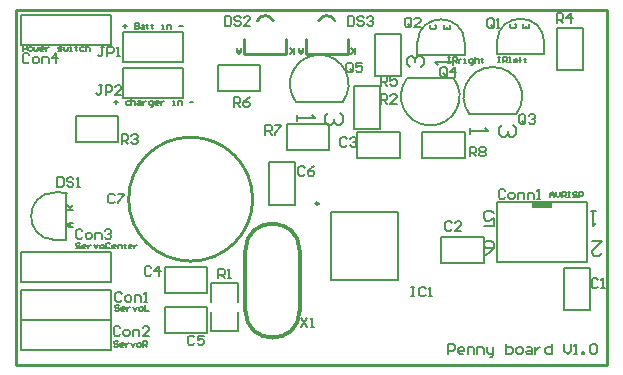
<source format=gto>
%FSLAX42Y42*%
%MOMM*%
G71*
G01*
G75*
G04 Layer_Color=65535*
%ADD10R,1.40X0.90*%
%ADD11R,0.90X1.40*%
%ADD12R,0.50X1.55*%
%ADD13R,0.50X1.55*%
%ADD14R,1.55X0.50*%
%ADD15R,1.50X1.30*%
%ADD16C,0.80*%
%ADD17C,0.50*%
%ADD18C,1.00*%
%ADD19C,0.40*%
%ADD20C,0.13*%
%ADD21C,3.00*%
%ADD22C,1.90*%
%ADD23C,2.00*%
%ADD24O,1.00X2.00*%
%ADD25O,1.00X2.00*%
%ADD26R,2.00X2.00*%
%ADD27C,1.50*%
%ADD28R,1.50X1.50*%
%ADD29C,1.57*%
%ADD30R,1.90X1.90*%
%ADD31C,0.80*%
%ADD32C,1.00*%
%ADD33C,0.13*%
%ADD34C,0.25*%
%ADD35C,0.20*%
%ADD36C,0.25*%
%ADD37C,0.30*%
%ADD38C,0.15*%
%ADD39C,0.15*%
%ADD40C,0.15*%
%ADD41C,0.20*%
%ADD42R,1.80X0.53*%
D20*
X3653Y2605D02*
X3669D01*
X3661D01*
Y2555D01*
X3653D01*
X3669D01*
X3694D02*
Y2605D01*
X3719D01*
X3727Y2597D01*
Y2580D01*
X3719Y2572D01*
X3694D01*
X3711D02*
X3727Y2555D01*
X3744Y2589D02*
Y2555D01*
Y2572D01*
X3752Y2580D01*
X3761Y2589D01*
X3769D01*
X3794Y2555D02*
X3811D01*
X3802D01*
Y2589D01*
X3794D01*
X3852Y2539D02*
X3861D01*
X3869Y2547D01*
Y2589D01*
X3844D01*
X3836Y2580D01*
Y2564D01*
X3844Y2555D01*
X3869D01*
X3886Y2605D02*
Y2555D01*
Y2580D01*
X3894Y2589D01*
X3911D01*
X3919Y2580D01*
Y2555D01*
X3944Y2597D02*
Y2589D01*
X3936D01*
X3952D01*
X3944D01*
Y2564D01*
X3952Y2555D01*
X4077Y2608D02*
X4093D01*
X4085D01*
Y2558D01*
X4077D01*
X4093D01*
X4118D02*
Y2608D01*
X4143D01*
X4152Y2599D01*
Y2583D01*
X4143Y2574D01*
X4118D01*
X4135D02*
X4152Y2558D01*
X4168D02*
X4185D01*
X4177D01*
Y2608D01*
X4168D01*
X4235Y2558D02*
X4218D01*
X4210Y2566D01*
Y2583D01*
X4218Y2591D01*
X4235D01*
X4243Y2583D01*
Y2574D01*
X4210D01*
X4268Y2558D02*
Y2599D01*
Y2583D01*
X4260D01*
X4277D01*
X4268D01*
Y2599D01*
X4277Y2608D01*
X4310Y2599D02*
Y2591D01*
X4302D01*
X4318D01*
X4310D01*
Y2566D01*
X4318Y2558D01*
X3658Y91D02*
Y173D01*
X3699D01*
X3712Y160D01*
Y132D01*
X3699Y119D01*
X3658D01*
X3781Y91D02*
X3753D01*
X3740Y105D01*
Y132D01*
X3753Y146D01*
X3781D01*
X3794Y132D01*
Y119D01*
X3740D01*
X3822Y91D02*
Y146D01*
X3863D01*
X3876Y132D01*
Y91D01*
X3904D02*
Y146D01*
X3945D01*
X3958Y132D01*
Y91D01*
X3985Y146D02*
Y105D01*
X3999Y91D01*
X4040D01*
Y78D01*
X4026Y64D01*
X4013D01*
X4040Y91D02*
Y146D01*
X4149Y173D02*
Y91D01*
X4190D01*
X4204Y105D01*
Y119D01*
Y132D01*
X4190Y146D01*
X4149D01*
X4245Y91D02*
X4272D01*
X4286Y105D01*
Y132D01*
X4272Y146D01*
X4245D01*
X4231Y132D01*
Y105D01*
X4245Y91D01*
X4327Y146D02*
X4354D01*
X4368Y132D01*
Y91D01*
X4327D01*
X4313Y105D01*
X4327Y119D01*
X4368D01*
X4395Y146D02*
Y91D01*
Y119D01*
X4409Y132D01*
X4423Y146D01*
X4436D01*
X4532Y173D02*
Y91D01*
X4491D01*
X4477Y105D01*
Y132D01*
X4491Y146D01*
X4532D01*
X4641Y173D02*
Y119D01*
X4669Y91D01*
X4696Y119D01*
Y173D01*
X4723Y91D02*
X4751D01*
X4737D01*
Y173D01*
X4723Y160D01*
X4792Y91D02*
Y105D01*
X4805D01*
Y91D01*
X4792D01*
X4860Y160D02*
X4874Y173D01*
X4901D01*
X4915Y160D01*
Y105D01*
X4901Y91D01*
X4874D01*
X4860Y105D01*
Y160D01*
X3514Y2878D02*
X3506Y2870D01*
Y2853D01*
X3514Y2845D01*
X3548D01*
X3556Y2853D01*
Y2870D01*
X3548Y2878D01*
X3620D02*
Y2845D01*
X3670D01*
Y2878D01*
X3645Y2845D02*
Y2861D01*
X4187Y2883D02*
X4179Y2875D01*
Y2858D01*
X4187Y2850D01*
X4221D01*
X4229Y2858D01*
Y2875D01*
X4221Y2883D01*
X4293D02*
Y2850D01*
X4343D01*
Y2883D01*
X4318Y2850D02*
Y2867D01*
X2350Y2630D02*
Y2680D01*
Y2663D01*
X2316Y2630D01*
X2341Y2655D01*
X2316Y2680D01*
X1905D02*
Y2646D01*
X1888Y2630D01*
X1872Y2646D01*
Y2680D01*
Y2655D01*
X1905D01*
X2426Y2680D02*
Y2646D01*
X2409Y2630D01*
X2392Y2646D01*
Y2680D01*
Y2655D01*
X2426D01*
X2870Y2630D02*
Y2680D01*
Y2663D01*
X2837Y2630D01*
X2862Y2655D01*
X2837Y2680D01*
X4521Y1415D02*
Y1448D01*
X4538Y1465D01*
X4555Y1448D01*
Y1415D01*
Y1440D01*
X4521D01*
X4571Y1465D02*
Y1431D01*
X4588Y1415D01*
X4605Y1431D01*
Y1465D01*
X4621Y1415D02*
Y1465D01*
X4646D01*
X4654Y1456D01*
Y1440D01*
X4646Y1431D01*
X4621D01*
X4638D02*
X4654Y1415D01*
X4671Y1465D02*
X4688D01*
X4679D01*
Y1415D01*
X4671D01*
X4688D01*
X4746Y1456D02*
X4738Y1465D01*
X4721D01*
X4713Y1456D01*
Y1448D01*
X4721Y1440D01*
X4738D01*
X4746Y1431D01*
Y1423D01*
X4738Y1415D01*
X4721D01*
X4713Y1423D01*
X4763Y1415D02*
Y1465D01*
X4788D01*
X4796Y1456D01*
Y1440D01*
X4788Y1431D01*
X4763D01*
X483Y1163D02*
X449D01*
X433Y1180D01*
X449Y1197D01*
X483D01*
X458D01*
Y1163D01*
X433Y1313D02*
X483D01*
X466D01*
X433Y1347D01*
X458Y1322D01*
X483Y1347D01*
X826Y2222D02*
X859D01*
X842Y2239D02*
Y2205D01*
X959Y2230D02*
X934D01*
X925Y2222D01*
Y2205D01*
X934Y2197D01*
X959D01*
X975Y2247D02*
Y2197D01*
Y2222D01*
X984Y2230D01*
X1000D01*
X1009Y2222D01*
Y2197D01*
X1034Y2230D02*
X1050D01*
X1059Y2222D01*
Y2197D01*
X1034D01*
X1025Y2205D01*
X1034Y2214D01*
X1059D01*
X1075Y2230D02*
Y2197D01*
Y2214D01*
X1084Y2222D01*
X1092Y2230D01*
X1100D01*
X1142Y2180D02*
X1150D01*
X1159Y2189D01*
Y2230D01*
X1134D01*
X1125Y2222D01*
Y2205D01*
X1134Y2197D01*
X1159D01*
X1200D02*
X1184D01*
X1175Y2205D01*
Y2222D01*
X1184Y2230D01*
X1200D01*
X1209Y2222D01*
Y2214D01*
X1175D01*
X1225Y2230D02*
Y2197D01*
Y2214D01*
X1234Y2222D01*
X1242Y2230D01*
X1250D01*
X1325Y2197D02*
X1342D01*
X1334D01*
Y2230D01*
X1325D01*
X1367Y2197D02*
Y2230D01*
X1392D01*
X1400Y2222D01*
Y2197D01*
X1467Y2222D02*
X1500D01*
X902Y2870D02*
X935D01*
X918Y2886D02*
Y2853D01*
X1002Y2895D02*
Y2845D01*
X1027D01*
X1035Y2853D01*
Y2861D01*
X1027Y2870D01*
X1002D01*
X1027D01*
X1035Y2878D01*
Y2886D01*
X1027Y2895D01*
X1002D01*
X1060Y2878D02*
X1077D01*
X1085Y2870D01*
Y2845D01*
X1060D01*
X1052Y2853D01*
X1060Y2861D01*
X1085D01*
X1110Y2886D02*
Y2878D01*
X1102D01*
X1118D01*
X1110D01*
Y2853D01*
X1118Y2845D01*
X1152Y2886D02*
Y2878D01*
X1143D01*
X1160D01*
X1152D01*
Y2853D01*
X1160Y2845D01*
X1235D02*
X1252D01*
X1243D01*
Y2878D01*
X1235D01*
X1277Y2845D02*
Y2878D01*
X1302D01*
X1310Y2870D01*
Y2845D01*
X1377Y2870D02*
X1410D01*
X53Y2654D02*
Y2704D01*
X78D01*
X87Y2696D01*
Y2679D01*
X78Y2671D01*
X53D01*
X112Y2654D02*
X128D01*
X137Y2663D01*
Y2679D01*
X128Y2688D01*
X112D01*
X103Y2679D01*
Y2663D01*
X112Y2654D01*
X153Y2688D02*
Y2663D01*
X162Y2654D01*
X170Y2663D01*
X178Y2654D01*
X187Y2663D01*
Y2688D01*
X228Y2654D02*
X212D01*
X203Y2663D01*
Y2679D01*
X212Y2688D01*
X228D01*
X237Y2679D01*
Y2671D01*
X203D01*
X253Y2688D02*
Y2654D01*
Y2671D01*
X262Y2679D01*
X270Y2688D01*
X278D01*
X353Y2654D02*
X378D01*
X387Y2663D01*
X378Y2671D01*
X362D01*
X353Y2679D01*
X362Y2688D01*
X387D01*
X403D02*
Y2663D01*
X412Y2654D01*
X420Y2663D01*
X428Y2654D01*
X437Y2663D01*
Y2688D01*
X453Y2654D02*
X470D01*
X462D01*
Y2688D01*
X453D01*
X503Y2696D02*
Y2688D01*
X495D01*
X512D01*
X503D01*
Y2663D01*
X512Y2654D01*
X570Y2688D02*
X545D01*
X537Y2679D01*
Y2663D01*
X545Y2654D01*
X570D01*
X586Y2704D02*
Y2654D01*
Y2679D01*
X595Y2688D01*
X611D01*
X620Y2679D01*
Y2654D01*
X541Y1025D02*
X533Y1033D01*
X516D01*
X508Y1025D01*
Y1016D01*
X516Y1008D01*
X533D01*
X541Y1000D01*
Y991D01*
X533Y983D01*
X516D01*
X508Y991D01*
X583Y983D02*
X566D01*
X558Y991D01*
Y1008D01*
X566Y1016D01*
X583D01*
X591Y1008D01*
Y1000D01*
X558D01*
X608Y1016D02*
Y983D01*
Y1000D01*
X616Y1008D01*
X625Y1016D01*
X633D01*
X658D02*
X675Y983D01*
X691Y1016D01*
X716Y983D02*
X733D01*
X741Y991D01*
Y1008D01*
X733Y1016D01*
X716D01*
X708Y1008D01*
Y991D01*
X716Y983D01*
X791Y1025D02*
X783Y1033D01*
X766D01*
X758Y1025D01*
Y991D01*
X766Y983D01*
X783D01*
X791Y991D01*
X833Y983D02*
X816D01*
X808Y991D01*
Y1008D01*
X816Y1016D01*
X833D01*
X841Y1008D01*
Y1000D01*
X808D01*
X858Y983D02*
Y1016D01*
X883D01*
X891Y1008D01*
Y983D01*
X916Y1025D02*
Y1016D01*
X908D01*
X925D01*
X916D01*
Y991D01*
X925Y983D01*
X975D02*
X958D01*
X950Y991D01*
Y1008D01*
X958Y1016D01*
X975D01*
X983Y1008D01*
Y1000D01*
X950D01*
X1000Y1016D02*
Y983D01*
Y1000D01*
X1008Y1008D01*
X1016Y1016D01*
X1024D01*
X859Y194D02*
X850Y202D01*
X834D01*
X826Y194D01*
Y186D01*
X834Y177D01*
X850D01*
X859Y169D01*
Y161D01*
X850Y152D01*
X834D01*
X826Y161D01*
X900Y152D02*
X884D01*
X875Y161D01*
Y177D01*
X884Y186D01*
X900D01*
X909Y177D01*
Y169D01*
X875D01*
X925Y186D02*
Y152D01*
Y169D01*
X934Y177D01*
X942Y186D01*
X950D01*
X975D02*
X992Y152D01*
X1009Y186D01*
X1034Y152D02*
X1050D01*
X1059Y161D01*
Y177D01*
X1050Y186D01*
X1034D01*
X1025Y177D01*
Y161D01*
X1034Y152D01*
X1075D02*
Y202D01*
X1100D01*
X1109Y194D01*
Y177D01*
X1100Y169D01*
X1075D01*
X1092D02*
X1109Y152D01*
X872Y499D02*
X863Y507D01*
X847D01*
X838Y499D01*
Y491D01*
X847Y482D01*
X863D01*
X872Y474D01*
Y466D01*
X863Y457D01*
X847D01*
X838Y466D01*
X913Y457D02*
X897D01*
X888Y466D01*
Y482D01*
X897Y491D01*
X913D01*
X922Y482D01*
Y474D01*
X888D01*
X938Y491D02*
Y457D01*
Y474D01*
X946Y482D01*
X955Y491D01*
X963D01*
X988D02*
X1005Y457D01*
X1021Y491D01*
X1046Y457D02*
X1063D01*
X1071Y466D01*
Y482D01*
X1063Y491D01*
X1046D01*
X1038Y482D01*
Y466D01*
X1046Y457D01*
X1088Y507D02*
Y457D01*
X1121D01*
D33*
X3796Y2723D02*
G03*
X3396Y2728I-200J0D01*
G01*
X4469Y2728D02*
G03*
X4069Y2733I-200J0D01*
G01*
X325Y1457D02*
G03*
X320Y1057I0J-200D01*
G01*
X3396Y2624D02*
X3792D01*
X3396Y2626D02*
Y2736D01*
X3795Y2621D02*
X3797Y2720D01*
X4069Y2629D02*
X4465D01*
X4069Y2631D02*
Y2741D01*
X4468Y2626D02*
X4470Y2725D01*
X424Y1057D02*
Y1453D01*
X312Y1057D02*
X422D01*
X328Y1458D02*
X427Y1455D01*
D34*
X2175Y2910D02*
G03*
X2041Y2910I-67J-27D01*
G01*
X2696D02*
G03*
X2562Y2910I-67J-27D01*
G01*
X2286Y2629D02*
Y2756D01*
X1930Y2629D02*
X2286D01*
X1930D02*
Y2756D01*
X2451Y2629D02*
Y2756D01*
Y2629D02*
X2807D01*
Y2756D01*
X0Y0D02*
X5000D01*
X0D02*
Y3000D01*
X5000D01*
Y0D02*
Y3000D01*
D35*
X3307Y2423D02*
G03*
X3703Y2423I198J-150D01*
G01*
X4232Y2121D02*
G03*
X3836Y2121I-198J150D01*
G01*
X2763Y2225D02*
G03*
X2367Y2225I-198J150D01*
G01*
X4689Y2491D02*
X4799D01*
Y2851D01*
X4579D02*
X4799D01*
X4579Y2491D02*
X4689D01*
X4579D02*
Y2851D01*
X2291Y1815D02*
Y1925D01*
Y1815D02*
X2651D01*
Y2035D01*
X2291Y1925D02*
Y2035D01*
X2651D01*
X3148Y2443D02*
X3258D01*
Y2803D01*
X3038D02*
X3258D01*
X3038Y2443D02*
X3148D01*
X3038D02*
Y2803D01*
X2066Y2424D02*
Y2534D01*
X1706D02*
X2066D01*
X1706Y2314D02*
Y2534D01*
X2066Y2314D02*
Y2424D01*
X1706Y2314D02*
X2066D01*
X3307Y2423D02*
X3703D01*
X3836Y2121D02*
X4232D01*
X2367Y2225D02*
X2763D01*
X3798Y1862D02*
Y1972D01*
X3438D02*
X3798D01*
X3438Y1752D02*
Y1972D01*
X3798Y1752D02*
Y1862D01*
X3438Y1752D02*
X3798D01*
X902Y2515D02*
X1410D01*
X902Y2261D02*
Y2515D01*
Y2261D02*
X1410D01*
Y2515D01*
X2246Y1351D02*
X2356D01*
Y1711D01*
X2136D02*
X2356D01*
X2136Y1351D02*
X2246D01*
X2136D02*
Y1711D01*
X3231Y718D02*
Y1288D01*
X2661Y718D02*
Y1288D01*
X3231D01*
X2661Y718D02*
X3231D01*
X3599Y1077D02*
X3959D01*
X3599Y967D02*
Y1077D01*
X3959Y857D02*
Y1077D01*
X3599Y857D02*
X3959D01*
X3599D02*
Y967D01*
X4067Y1379D02*
X4554D01*
X4067D02*
X4829D01*
X4067Y871D02*
X4829D01*
Y1379D01*
X4067Y871D02*
Y1379D01*
X1410Y2565D02*
Y2819D01*
X902Y2565D02*
X1410D01*
X902D02*
Y2819D01*
X1410D01*
X4638Y459D02*
Y819D01*
Y459D02*
X4748D01*
X4638Y819D02*
X4858D01*
Y459D02*
Y819D01*
X4748Y459D02*
X4858D01*
X1646Y288D02*
Y448D01*
Y528D02*
Y688D01*
X1876Y288D02*
Y448D01*
Y528D02*
Y688D01*
X1646Y288D02*
X1876D01*
X1646Y688D02*
X1876D01*
X1257Y485D02*
X1617D01*
X1257Y375D02*
Y485D01*
X1617Y265D02*
Y485D01*
X1257Y265D02*
X1617D01*
X1257D02*
Y375D01*
Y828D02*
X1617D01*
X1257Y718D02*
Y828D01*
X1617Y608D02*
Y828D01*
X1257Y608D02*
X1617D01*
X1257D02*
Y718D01*
X2887Y1966D02*
X3247D01*
X2887Y1856D02*
Y1966D01*
X3247Y1746D02*
Y1966D01*
X2887Y1746D02*
X3247D01*
X2887D02*
Y1856D01*
X2860Y1998D02*
Y2358D01*
Y1998D02*
X2970D01*
X2860Y2358D02*
X3080D01*
Y1998D02*
Y2358D01*
X2970Y1998D02*
X3080D01*
X39Y380D02*
X801D01*
Y634D01*
X39D02*
X801D01*
X39Y380D02*
Y634D01*
Y126D02*
X801D01*
Y380D01*
X39D02*
X801D01*
X39Y126D02*
Y380D01*
Y698D02*
X801D01*
Y952D01*
X39D02*
X801D01*
X39Y698D02*
Y952D01*
X502Y1885D02*
X862D01*
Y1995D01*
X502Y1885D02*
Y2105D01*
X862D01*
Y1995D02*
Y2105D01*
X42Y2709D02*
X804D01*
Y2963D01*
X42D02*
X804D01*
X42Y2709D02*
Y2963D01*
D36*
X2559Y1363D02*
G03*
X2559Y1363I-12J0D01*
G01*
X2001Y1401D02*
G03*
X2001Y1401I-525J0D01*
G01*
D37*
X1940Y457D02*
G03*
X2398Y457I229J0D01*
G01*
Y965D02*
G03*
X1940Y965I-229J0D01*
G01*
X1940Y457D02*
Y965D01*
X2398Y457D02*
Y965D01*
D38*
X2109Y1948D02*
Y2029D01*
X2149D01*
X2163Y2016D01*
Y1989D01*
X2149Y1975D01*
X2109D01*
X2136D02*
X2163Y1948D01*
X2190Y2029D02*
X2244D01*
Y2016D01*
X2190Y1962D01*
Y1948D01*
X4577Y2893D02*
Y2974D01*
X4618D01*
X4631Y2961D01*
Y2934D01*
X4618Y2920D01*
X4577D01*
X4604D02*
X4631Y2893D01*
X4699D02*
Y2974D01*
X4658Y2934D01*
X4712D01*
X3838Y1763D02*
Y1844D01*
X3878D01*
X3892Y1830D01*
Y1803D01*
X3878Y1790D01*
X3838D01*
X3865D02*
X3892Y1763D01*
X3919Y1830D02*
X3932Y1844D01*
X3959D01*
X3973Y1830D01*
Y1817D01*
X3959Y1803D01*
X3973Y1790D01*
Y1776D01*
X3959Y1763D01*
X3932D01*
X3919Y1776D01*
Y1790D01*
X3932Y1803D01*
X3919Y1817D01*
Y1830D01*
X3932Y1803D02*
X3959D01*
X1842Y2184D02*
Y2265D01*
X1882D01*
X1895Y2252D01*
Y2225D01*
X1882Y2211D01*
X1842D01*
X1868D02*
X1895Y2184D01*
X1976Y2265D02*
X1949Y2252D01*
X1922Y2225D01*
Y2198D01*
X1936Y2184D01*
X1963D01*
X1976Y2198D01*
Y2211D01*
X1963Y2225D01*
X1922D01*
X3086Y2362D02*
Y2443D01*
X3127D01*
X3140Y2430D01*
Y2403D01*
X3127Y2389D01*
X3086D01*
X3113D02*
X3140Y2362D01*
X3221Y2443D02*
X3167D01*
Y2403D01*
X3194Y2416D01*
X3208D01*
X3221Y2403D01*
Y2376D01*
X3208Y2362D01*
X3181D01*
X3167Y2376D01*
X2848Y2490D02*
Y2544D01*
X2834Y2557D01*
X2807D01*
X2794Y2544D01*
Y2490D01*
X2807Y2476D01*
X2834D01*
X2821Y2503D02*
X2848Y2476D01*
X2834D02*
X2848Y2490D01*
X2929Y2557D02*
X2875D01*
Y2517D01*
X2902Y2530D01*
X2915D01*
X2929Y2517D01*
Y2490D01*
X2915Y2476D01*
X2888D01*
X2875Y2490D01*
X3643Y2452D02*
Y2506D01*
X3630Y2519D01*
X3603D01*
X3589Y2506D01*
Y2452D01*
X3603Y2438D01*
X3630D01*
X3616Y2465D02*
X3643Y2438D01*
X3630D02*
X3643Y2452D01*
X3710Y2438D02*
Y2519D01*
X3670Y2479D01*
X3724D01*
X4311Y2051D02*
Y2105D01*
X4298Y2118D01*
X4271D01*
X4257Y2105D01*
Y2051D01*
X4271Y2037D01*
X4298D01*
X4284Y2064D02*
X4311Y2037D01*
X4298D02*
X4311Y2051D01*
X4338Y2105D02*
X4352Y2118D01*
X4379D01*
X4392Y2105D01*
Y2091D01*
X4379Y2078D01*
X4365D01*
X4379D01*
X4392Y2064D01*
Y2051D01*
X4379Y2037D01*
X4352D01*
X4338Y2051D01*
X3343Y2871D02*
Y2925D01*
X3330Y2938D01*
X3303D01*
X3289Y2925D01*
Y2871D01*
X3303Y2858D01*
X3330D01*
X3316Y2884D02*
X3343Y2858D01*
X3330D02*
X3343Y2871D01*
X3424Y2858D02*
X3370D01*
X3424Y2911D01*
Y2925D01*
X3411Y2938D01*
X3384D01*
X3370Y2925D01*
X4042Y2863D02*
Y2917D01*
X4028Y2931D01*
X4001D01*
X3988Y2917D01*
Y2863D01*
X4001Y2850D01*
X4028D01*
X4015Y2877D02*
X4042Y2850D01*
X4028D02*
X4042Y2863D01*
X4069Y2850D02*
X4096D01*
X4082D01*
Y2931D01*
X4069Y2917D01*
X2807Y2951D02*
Y2870D01*
X2847D01*
X2861Y2884D01*
Y2938D01*
X2847Y2951D01*
X2807D01*
X2942Y2938D02*
X2928Y2951D01*
X2901D01*
X2888Y2938D01*
Y2924D01*
X2901Y2911D01*
X2928D01*
X2942Y2897D01*
Y2884D01*
X2928Y2870D01*
X2901D01*
X2888Y2884D01*
X2969Y2938D02*
X2982Y2951D01*
X3009D01*
X3023Y2938D01*
Y2924D01*
X3009Y2911D01*
X2996D01*
X3009D01*
X3023Y2897D01*
Y2884D01*
X3009Y2870D01*
X2982D01*
X2969Y2884D01*
X1765Y2951D02*
Y2870D01*
X1806D01*
X1819Y2884D01*
Y2938D01*
X1806Y2951D01*
X1765D01*
X1900Y2938D02*
X1887Y2951D01*
X1860D01*
X1846Y2938D01*
Y2924D01*
X1860Y2911D01*
X1887D01*
X1900Y2897D01*
Y2884D01*
X1887Y2870D01*
X1860D01*
X1846Y2884D01*
X1981Y2870D02*
X1927D01*
X1981Y2924D01*
Y2938D01*
X1968Y2951D01*
X1941D01*
X1927Y2938D01*
X729Y2363D02*
X702D01*
X716D01*
Y2297D01*
X702Y2283D01*
X689D01*
X676Y2297D01*
X756Y2283D02*
Y2363D01*
X796D01*
X809Y2350D01*
Y2323D01*
X796Y2310D01*
X756D01*
X889Y2283D02*
X836D01*
X889Y2337D01*
Y2350D01*
X876Y2363D01*
X849D01*
X836Y2350D01*
X2441Y1667D02*
X2428Y1680D01*
X2401D01*
X2388Y1667D01*
Y1614D01*
X2401Y1600D01*
X2428D01*
X2441Y1614D01*
X2521Y1680D02*
X2494Y1667D01*
X2468Y1640D01*
Y1614D01*
X2481Y1600D01*
X2508D01*
X2521Y1614D01*
Y1627D01*
X2508Y1640D01*
X2468D01*
X832Y1435D02*
X818Y1448D01*
X791D01*
X777Y1435D01*
Y1380D01*
X791Y1367D01*
X818D01*
X832Y1380D01*
X859Y1448D02*
X914D01*
Y1435D01*
X859Y1380D01*
Y1367D01*
D39*
X3343Y658D02*
X3370D01*
X3356D01*
Y577D01*
X3343D01*
X3370D01*
X3465Y644D02*
X3451Y658D01*
X3424D01*
X3410Y644D01*
Y590D01*
X3424Y577D01*
X3451D01*
X3465Y590D01*
X3492Y577D02*
X3519D01*
X3505D01*
Y658D01*
X3492Y644D01*
X3686Y1198D02*
X3673Y1212D01*
X3646D01*
X3632Y1198D01*
Y1144D01*
X3646Y1130D01*
X3673D01*
X3686Y1144D01*
X3768Y1130D02*
X3713D01*
X3768Y1184D01*
Y1198D01*
X3754Y1212D01*
X3727D01*
X3713Y1198D01*
X4138Y1470D02*
X4125Y1483D01*
X4098D01*
X4084Y1470D01*
Y1416D01*
X4098Y1402D01*
X4125D01*
X4138Y1416D01*
X4179Y1402D02*
X4206D01*
X4220Y1416D01*
Y1443D01*
X4206Y1456D01*
X4179D01*
X4166Y1443D01*
Y1416D01*
X4179Y1402D01*
X4247D02*
Y1456D01*
X4287D01*
X4301Y1443D01*
Y1402D01*
X4328D02*
Y1456D01*
X4369D01*
X4382Y1443D01*
Y1402D01*
X4409D02*
X4436D01*
X4423D01*
Y1483D01*
X4409Y1470D01*
X743Y2692D02*
X715D01*
X729D01*
Y2625D01*
X715Y2611D01*
X702D01*
X688Y2625D01*
X770Y2611D02*
Y2692D01*
X810D01*
X824Y2679D01*
Y2652D01*
X810Y2638D01*
X770D01*
X851Y2611D02*
X878D01*
X864D01*
Y2692D01*
X851Y2679D01*
X4926Y715D02*
X4912Y729D01*
X4885D01*
X4872Y715D01*
Y661D01*
X4885Y648D01*
X4912D01*
X4926Y661D01*
X4953Y648D02*
X4980D01*
X4967D01*
Y729D01*
X4953Y715D01*
X1709Y729D02*
Y810D01*
X1750D01*
X1764Y797D01*
Y770D01*
X1750Y756D01*
X1709D01*
X1737D02*
X1764Y729D01*
X1791D02*
X1818D01*
X1804D01*
Y810D01*
X1791Y797D01*
X2410Y396D02*
X2465Y315D01*
Y396D02*
X2410Y315D01*
X2492D02*
X2519D01*
X2505D01*
Y396D01*
X2492Y383D01*
X2797Y1909D02*
X2784Y1923D01*
X2757D01*
X2743Y1909D01*
Y1855D01*
X2757Y1842D01*
X2784D01*
X2797Y1855D01*
X2824Y1909D02*
X2838Y1923D01*
X2865D01*
X2879Y1909D01*
Y1896D01*
X2865Y1882D01*
X2852D01*
X2865D01*
X2879Y1869D01*
Y1855D01*
X2865Y1842D01*
X2838D01*
X2824Y1855D01*
X1141Y820D02*
X1128Y833D01*
X1101D01*
X1087Y820D01*
Y765D01*
X1101Y752D01*
X1128D01*
X1141Y765D01*
X1209Y752D02*
Y833D01*
X1168Y792D01*
X1223D01*
X1507Y233D02*
X1494Y246D01*
X1466D01*
X1453Y233D01*
Y179D01*
X1466Y165D01*
X1494D01*
X1507Y179D01*
X1588Y246D02*
X1534D01*
Y206D01*
X1561Y219D01*
X1575D01*
X1588Y206D01*
Y179D01*
X1575Y165D01*
X1548D01*
X1534Y179D01*
X3086Y2210D02*
Y2291D01*
X3127D01*
X3140Y2278D01*
Y2250D01*
X3127Y2237D01*
X3086D01*
X3113D02*
X3140Y2210D01*
X3222D02*
X3167D01*
X3222Y2264D01*
Y2278D01*
X3208Y2291D01*
X3181D01*
X3167Y2278D01*
X892Y601D02*
X879Y615D01*
X852D01*
X838Y601D01*
Y547D01*
X852Y533D01*
X879D01*
X892Y547D01*
X933Y533D02*
X960D01*
X974Y547D01*
Y574D01*
X960Y588D01*
X933D01*
X919Y574D01*
Y547D01*
X933Y533D01*
X1001D02*
Y588D01*
X1041D01*
X1055Y574D01*
Y533D01*
X1082D02*
X1109D01*
X1096D01*
Y615D01*
X1082Y601D01*
X880Y309D02*
X866Y323D01*
X839D01*
X826Y309D01*
Y255D01*
X839Y241D01*
X866D01*
X880Y255D01*
X920Y241D02*
X947D01*
X961Y255D01*
Y282D01*
X947Y295D01*
X920D01*
X907Y282D01*
Y255D01*
X920Y241D01*
X988D02*
Y295D01*
X1029D01*
X1042Y282D01*
Y241D01*
X1123D02*
X1069D01*
X1123Y295D01*
Y309D01*
X1110Y323D01*
X1083D01*
X1069Y309D01*
X560Y1132D02*
X546Y1146D01*
X519D01*
X505Y1132D01*
Y1078D01*
X519Y1064D01*
X546D01*
X560Y1078D01*
X600Y1064D02*
X627D01*
X641Y1078D01*
Y1105D01*
X627Y1118D01*
X600D01*
X587Y1105D01*
Y1078D01*
X600Y1064D01*
X668D02*
Y1118D01*
X709D01*
X722Y1105D01*
Y1064D01*
X749Y1132D02*
X763Y1146D01*
X790D01*
X803Y1132D01*
Y1118D01*
X790Y1105D01*
X776D01*
X790D01*
X803Y1091D01*
Y1078D01*
X790Y1064D01*
X763D01*
X749Y1078D01*
X110Y2620D02*
X97Y2634D01*
X69D01*
X56Y2620D01*
Y2566D01*
X69Y2553D01*
X97D01*
X110Y2566D01*
X151Y2553D02*
X178D01*
X191Y2566D01*
Y2593D01*
X178Y2607D01*
X151D01*
X137Y2593D01*
Y2566D01*
X151Y2553D01*
X218D02*
Y2607D01*
X259D01*
X273Y2593D01*
Y2553D01*
X340D02*
Y2634D01*
X300Y2593D01*
X354D01*
X348Y1585D02*
Y1504D01*
X389D01*
X402Y1517D01*
Y1571D01*
X389Y1585D01*
X348D01*
X483Y1571D02*
X470Y1585D01*
X443D01*
X429Y1571D01*
Y1558D01*
X443Y1544D01*
X470D01*
X483Y1531D01*
Y1517D01*
X470Y1504D01*
X443D01*
X429Y1517D01*
X510Y1504D02*
X538D01*
X524D01*
Y1585D01*
X510Y1571D01*
X892Y1869D02*
Y1951D01*
X932D01*
X946Y1937D01*
Y1910D01*
X932Y1897D01*
X892D01*
X919D02*
X946Y1869D01*
X973Y1937D02*
X986Y1951D01*
X1013D01*
X1027Y1937D01*
Y1924D01*
X1013Y1910D01*
X1000D01*
X1013D01*
X1027Y1897D01*
Y1883D01*
X1013Y1869D01*
X986D01*
X973Y1883D01*
D40*
X3695Y2539D02*
Y2589D01*
Y2564D01*
X3545D01*
X3570Y2539D01*
X3329Y2516D02*
X3304Y2541D01*
Y2591D01*
X3329Y2616D01*
X3354D01*
X3379Y2591D01*
Y2566D01*
Y2591D01*
X3404Y2616D01*
X3429D01*
X3454Y2591D01*
Y2541D01*
X3429Y2516D01*
X3844Y2005D02*
Y1955D01*
Y1980D01*
X3993D01*
X3968Y2005D01*
X4209Y2028D02*
X4234Y2003D01*
Y1953D01*
X4209Y1928D01*
X4184D01*
X4159Y1953D01*
Y1978D01*
Y1953D01*
X4135Y1928D01*
X4110D01*
X4085Y1953D01*
Y2003D01*
X4110Y2028D01*
X2375Y2109D02*
Y2059D01*
Y2084D01*
X2525D01*
X2500Y2109D01*
X2741Y2132D02*
X2766Y2107D01*
Y2057D01*
X2741Y2032D01*
X2716D01*
X2691Y2057D01*
Y2082D01*
Y2057D01*
X2666Y2032D01*
X2641D01*
X2616Y2057D01*
Y2107D01*
X2641Y2132D01*
D41*
X4906Y1303D02*
X4863D01*
X4884D01*
Y1176D01*
X4906Y1197D01*
X4872Y1049D02*
X4956D01*
X4872Y964D01*
Y943D01*
X4893Y922D01*
X4935D01*
X4956Y943D01*
X3957Y1176D02*
X4042D01*
Y1240D01*
X4000Y1218D01*
X3979D01*
X3957Y1240D01*
Y1282D01*
X3979Y1303D01*
X4021D01*
X4042Y1282D01*
X3957Y922D02*
X4000Y943D01*
X4042Y986D01*
Y1028D01*
X4021Y1049D01*
X3979D01*
X3957Y1028D01*
Y1007D01*
X3979Y986D01*
X4042D01*
D42*
X4449Y1352D02*
D03*
M02*

</source>
